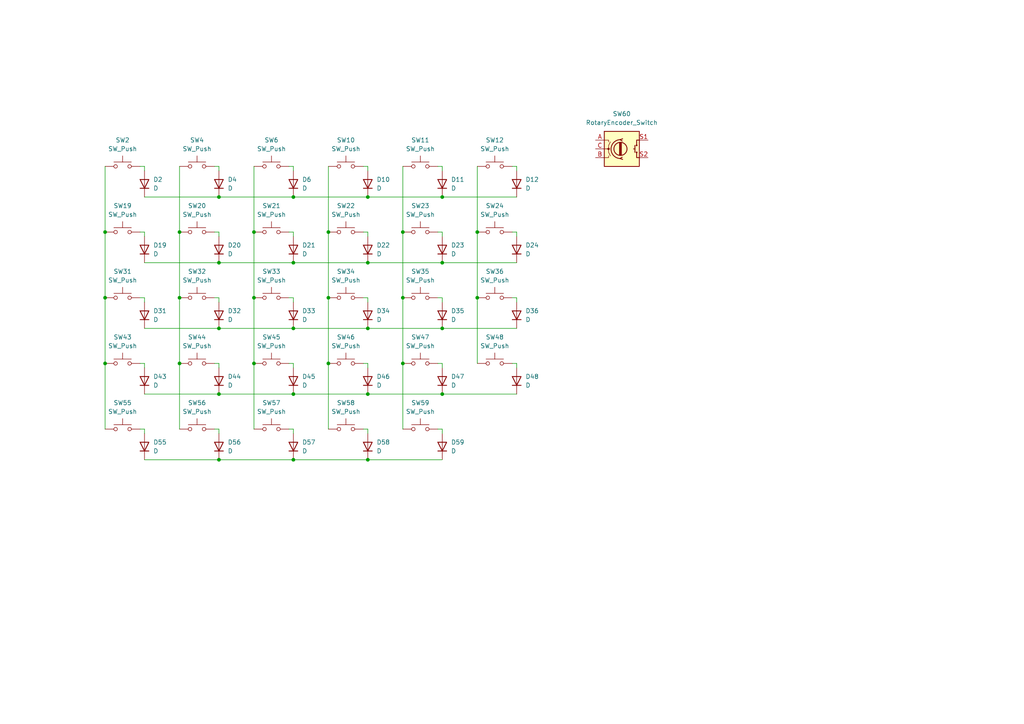
<source format=kicad_sch>
(kicad_sch (version 20250114) (generator "eeschema") (generator_version "9.0")
  (paper "A4")
  (lib_symbols
    (symbol "Device:D" (pin_numbers (hide yes)) (pin_names (offset 1.016) (hide yes))
      (property "Reference" "D" (at 0 2.54 0))
      (property "Value" "D" (at 0 -2.54 0))
      (symbol "D_0_1"
        (polyline (pts (xy -1.27 1.27) (xy -1.27 -1.27)) (stroke (width 0.254)))
        (polyline (pts (xy 1.27 1.27) (xy 1.27 -1.27) (xy -1.27 0) (xy 1.27 1.27)) (stroke (width 0.254)))
        (polyline (pts (xy 1.27 0) (xy -1.27 0)))
      )
      (symbol "D_1_1"
        (pin passive line (at -3.81 0 0) (length 2.54) (name "K") (number "1"))
        (pin passive line (at 3.81 0 180) (length 2.54) (name "A") (number "2"))
      )
    )
    (symbol "Device:RotaryEncoder_Switch" (pin_names (offset 0.254) (hide yes))
      (property "Reference" "SW" (at 0 6.604 0))
      (property "Value" "RotaryEncoder_Switch" (at 0 -6.604 0))
      (symbol "RotaryEncoder_Switch_0_1"
        (rectangle (start -5.08 5.08) (end 5.08 -5.08) (stroke (width 0.254)) (fill (type background)))
        (polyline (pts (xy -5.08 2.54) (xy -3.81 2.54) (xy -3.81 2.032)))
        (polyline (pts (xy -5.08 0) (xy -3.81 0) (xy -3.81 -1.016) (xy -3.302 -2.032)))
        (polyline (pts (xy -5.08 -2.54) (xy -3.81 -2.54) (xy -3.81 -2.032)))
        (polyline (pts (xy -4.318 0) (xy -3.81 0) (xy -3.81 1.016) (xy -3.302 2.032)))
        (circle (center -3.81 0) (radius 0.254) (fill (type outline)))
        (polyline (pts (xy -0.635 -1.778) (xy -0.635 1.778)) (stroke (width 0.254)))
        (circle (center -0.381 0) (radius 1.905) (stroke (width 0.254)))
        (polyline (pts (xy -0.381 -1.778) (xy -0.381 1.778)) (stroke (width 0.254)))
        (arc (start -0.381 -2.794) (mid -3.0988 -0.0635) (end -0.381 2.667) (stroke (width 0.254)))
        (polyline (pts (xy -0.127 1.778) (xy -0.127 -1.778)) (stroke (width 0.254)))
        (polyline (pts (xy 0.254 2.921) (xy -0.508 2.667) (xy 0.127 2.286)) (stroke (width 0.254)))
        (polyline (pts (xy 0.254 -3.048) (xy -0.508 -2.794) (xy 0.127 -2.413)) (stroke (width 0.254)))
        (polyline (pts (xy 3.81 1.016) (xy 3.81 -1.016)) (stroke (width 0.254)))
        (polyline (pts (xy 3.81 0) (xy 3.429 0)) (stroke (width 0.254)))
        (circle (center 4.318 1.016) (radius 0.127) (stroke (width 0.254)))
        (circle (center 4.318 -1.016) (radius 0.127) (stroke (width 0.254)))
        (polyline (pts (xy 5.08 2.54) (xy 4.318 2.54) (xy 4.318 1.016)) (stroke (width 0.254)))
        (polyline (pts (xy 5.08 -2.54) (xy 4.318 -2.54) (xy 4.318 -1.016)) (stroke (width 0.254)))
      )
      (symbol "RotaryEncoder_Switch_1_1"
        (pin passive line (at -7.62 2.54 0) (length 2.54) (name "A") (number "A"))
        (pin passive line (at -7.62 0 0) (length 2.54) (name "C") (number "C"))
        (pin passive line (at -7.62 -2.54 0) (length 2.54) (name "B") (number "B"))
        (pin passive line (at 7.62 2.54 180) (length 2.54) (name "S1") (number "S1"))
        (pin passive line (at 7.62 -2.54 180) (length 2.54) (name "S2") (number "S2"))
      )
    )
    (symbol "Switch:SW_Push" (pin_numbers (hide yes)) (pin_names (offset 1.016) (hide yes))
      (property "Reference" "SW" (at 1.27 2.54 0))
      (property "Value" "SW_Push" (at 0 -1.524 0))
      (symbol "SW_Push_0_1"
        (circle (center -2.032 0) (radius 0.508))
        (polyline (pts (xy 0 1.27) (xy 0 3.048)))
        (circle (center 2.032 0) (radius 0.508))
        (polyline (pts (xy 2.54 1.27) (xy -2.54 1.27)))
        (pin passive line (at -5.08 0 0) (length 2.54) (name "1") (number "1"))
        (pin passive line (at 5.08 0 180) (length 2.54) (name "2") (number "2"))
      )
    )
  )
  (junction (at 128.27 57.15))
  (junction (at 106.68 133.35))
  (junction (at 30.48 105.41))
  (junction (at 52.07 105.41))
  (junction (at 116.84 67.31))
  (junction (at 128.27 114.3))
  (junction (at 85.09 133.35))
  (junction (at 116.84 86.36))
  (junction (at 85.09 57.15))
  (junction (at 138.43 67.31))
  (junction (at 63.5 114.3))
  (junction (at 85.09 95.25))
  (junction (at 85.09 76.2))
  (junction (at 63.5 95.25))
  (junction (at 128.27 76.2))
  (junction (at 106.68 76.2))
  (junction (at 52.07 67.31))
  (junction (at 63.5 57.15))
  (junction (at 85.09 114.3))
  (junction (at 63.5 76.2))
  (junction (at 73.66 86.36))
  (junction (at 116.84 105.41))
  (junction (at 95.25 67.31))
  (junction (at 106.68 95.25))
  (junction (at 30.48 67.31))
  (junction (at 30.48 86.36))
  (junction (at 95.25 105.41))
  (junction (at 73.66 105.41))
  (junction (at 128.27 95.25))
  (junction (at 95.25 86.36))
  (junction (at 138.43 86.36))
  (junction (at 106.68 114.3))
  (junction (at 52.07 86.36))
  (junction (at 63.5 133.35))
  (junction (at 106.68 57.15))
  (junction (at 73.66 67.31))
  (wire (pts (xy 30.48 48.26) (xy 30.48 67.31)))
  (wire (pts (xy 95.25 105.41) (xy 95.25 124.46)))
  (wire (pts (xy 52.07 86.36) (xy 52.07 105.41)))
  (wire (pts (xy 106.68 133.35) (xy 128.27 133.35)))
  (wire (pts (xy 105.41 124.46) (xy 106.68 124.46)))
  (wire (pts (xy 41.91 105.41) (xy 41.91 106.68)))
  (wire (pts (xy 85.09 95.25) (xy 106.68 95.25)))
  (wire (pts (xy 106.68 95.25) (xy 128.27 95.25)))
  (wire (pts (xy 106.68 86.36) (xy 106.68 87.63)))
  (wire (pts (xy 85.09 67.31) (xy 85.09 68.58)))
  (wire (pts (xy 106.68 48.26) (xy 106.68 49.53)))
  (wire (pts (xy 138.43 67.31) (xy 138.43 86.36)))
  (wire (pts (xy 41.91 86.36) (xy 41.91 87.63)))
  (wire (pts (xy 106.68 105.41) (xy 106.68 106.68)))
  (wire (pts (xy 41.91 48.26) (xy 41.91 49.53)))
  (wire (pts (xy 83.82 48.26) (xy 85.09 48.26)))
  (wire (pts (xy 85.09 86.36) (xy 85.09 87.63)))
  (wire (pts (xy 128.27 95.25) (xy 149.86 95.25)))
  (wire (pts (xy 106.68 114.3) (xy 128.27 114.3)))
  (wire (pts (xy 127 67.31) (xy 128.27 67.31)))
  (wire (pts (xy 105.41 67.31) (xy 106.68 67.31)))
  (wire (pts (xy 85.09 114.3) (xy 106.68 114.3)))
  (wire (pts (xy 149.86 105.41) (xy 149.86 106.68)))
  (wire (pts (xy 85.09 133.35) (xy 106.68 133.35)))
  (wire (pts (xy 52.07 48.26) (xy 52.07 67.31)))
  (wire (pts (xy 83.82 124.46) (xy 85.09 124.46)))
  (wire (pts (xy 106.68 124.46) (xy 106.68 125.73)))
  (wire (pts (xy 63.5 57.15) (xy 85.09 57.15)))
  (wire (pts (xy 41.91 57.15) (xy 63.5 57.15)))
  (wire (pts (xy 106.68 57.15) (xy 128.27 57.15)))
  (wire (pts (xy 149.86 67.31) (xy 149.86 68.58)))
  (wire (pts (xy 128.27 114.3) (xy 149.86 114.3)))
  (wire (pts (xy 83.82 67.31) (xy 85.09 67.31)))
  (wire (pts (xy 85.09 124.46) (xy 85.09 125.73)))
  (wire (pts (xy 85.09 105.41) (xy 85.09 106.68)))
  (wire (pts (xy 149.86 48.26) (xy 149.86 49.53)))
  (wire (pts (xy 62.23 105.41) (xy 63.5 105.41)))
  (wire (pts (xy 127 124.46) (xy 128.27 124.46)))
  (wire (pts (xy 128.27 48.26) (xy 128.27 49.53)))
  (wire (pts (xy 30.48 86.36) (xy 30.48 105.41)))
  (wire (pts (xy 30.48 67.31) (xy 30.48 86.36)))
  (wire (pts (xy 148.59 105.41) (xy 149.86 105.41)))
  (wire (pts (xy 127 105.41) (xy 128.27 105.41)))
  (wire (pts (xy 63.5 105.41) (xy 63.5 106.68)))
  (wire (pts (xy 127 48.26) (xy 128.27 48.26)))
  (wire (pts (xy 41.91 114.3) (xy 63.5 114.3)))
  (wire (pts (xy 128.27 67.31) (xy 128.27 68.58)))
  (wire (pts (xy 41.91 133.35) (xy 63.5 133.35)))
  (wire (pts (xy 63.5 114.3) (xy 85.09 114.3)))
  (wire (pts (xy 116.84 67.31) (xy 116.84 86.36)))
  (wire (pts (xy 148.59 67.31) (xy 149.86 67.31)))
  (wire (pts (xy 62.23 86.36) (xy 63.5 86.36)))
  (wire (pts (xy 148.59 48.26) (xy 149.86 48.26)))
  (wire (pts (xy 62.23 67.31) (xy 63.5 67.31)))
  (wire (pts (xy 73.66 86.36) (xy 73.66 105.41)))
  (wire (pts (xy 95.25 67.31) (xy 95.25 86.36)))
  (wire (pts (xy 138.43 86.36) (xy 138.43 105.41)))
  (wire (pts (xy 63.5 48.26) (xy 63.5 49.53)))
  (wire (pts (xy 41.91 67.31) (xy 41.91 68.58)))
  (wire (pts (xy 52.07 105.41) (xy 52.07 124.46)))
  (wire (pts (xy 105.41 48.26) (xy 106.68 48.26)))
  (wire (pts (xy 127 86.36) (xy 128.27 86.36)))
  (wire (pts (xy 73.66 67.31) (xy 73.66 86.36)))
  (wire (pts (xy 41.91 124.46) (xy 41.91 125.73)))
  (wire (pts (xy 128.27 124.46) (xy 128.27 125.73)))
  (wire (pts (xy 106.68 76.2) (xy 128.27 76.2)))
  (wire (pts (xy 83.82 105.41) (xy 85.09 105.41)))
  (wire (pts (xy 40.64 48.26) (xy 41.91 48.26)))
  (wire (pts (xy 40.64 67.31) (xy 41.91 67.31)))
  (wire (pts (xy 63.5 67.31) (xy 63.5 68.58)))
  (wire (pts (xy 116.84 48.26) (xy 116.84 67.31)))
  (wire (pts (xy 73.66 105.41) (xy 73.66 124.46)))
  (wire (pts (xy 83.82 86.36) (xy 85.09 86.36)))
  (wire (pts (xy 62.23 48.26) (xy 63.5 48.26)))
  (wire (pts (xy 95.25 86.36) (xy 95.25 105.41)))
  (wire (pts (xy 106.68 67.31) (xy 106.68 68.58)))
  (wire (pts (xy 62.23 124.46) (xy 63.5 124.46)))
  (wire (pts (xy 41.91 76.2) (xy 63.5 76.2)))
  (wire (pts (xy 30.48 105.41) (xy 30.48 124.46)))
  (wire (pts (xy 149.86 86.36) (xy 149.86 87.63)))
  (wire (pts (xy 85.09 76.2) (xy 106.68 76.2)))
  (wire (pts (xy 73.66 48.26) (xy 73.66 67.31)))
  (wire (pts (xy 138.43 48.26) (xy 138.43 67.31)))
  (wire (pts (xy 148.59 86.36) (xy 149.86 86.36)))
  (wire (pts (xy 116.84 86.36) (xy 116.84 105.41)))
  (wire (pts (xy 85.09 57.15) (xy 106.68 57.15)))
  (wire (pts (xy 63.5 95.25) (xy 85.09 95.25)))
  (wire (pts (xy 41.91 95.25) (xy 63.5 95.25)))
  (wire (pts (xy 128.27 105.41) (xy 128.27 106.68)))
  (wire (pts (xy 52.07 67.31) (xy 52.07 86.36)))
  (wire (pts (xy 95.25 48.26) (xy 95.25 67.31)))
  (wire (pts (xy 105.41 86.36) (xy 106.68 86.36)))
  (wire (pts (xy 105.41 105.41) (xy 106.68 105.41)))
  (wire (pts (xy 63.5 133.35) (xy 85.09 133.35)))
  (wire (pts (xy 116.84 105.41) (xy 116.84 124.46)))
  (wire (pts (xy 40.64 86.36) (xy 41.91 86.36)))
  (wire (pts (xy 63.5 124.46) (xy 63.5 125.73)))
  (wire (pts (xy 40.64 105.41) (xy 41.91 105.41)))
  (wire (pts (xy 85.09 48.26) (xy 85.09 49.53)))
  (wire (pts (xy 40.64 124.46) (xy 41.91 124.46)))
  (wire (pts (xy 128.27 57.15) (xy 149.86 57.15)))
  (wire (pts (xy 63.5 86.36) (xy 63.5 87.63)))
  (wire (pts (xy 63.5 76.2) (xy 85.09 76.2)))
  (wire (pts (xy 128.27 76.2) (xy 149.86 76.2)))
  (wire (pts (xy 128.27 86.36) (xy 128.27 87.63)))
  (symbol (lib_id "Device:D") (at 41.91 110.49 90) (unit 1)
    (property "Reference" "D37" (at 44.45 109.2199 90) (effects (justify right)))
    (property "Value" "D" (at 44.45 111.7599 90) (effects (justify right)))
    (property "Description" "Diode" (effects (hide yes)))
    (property "Sim.Device" "D" (effects (hide yes)))
    (property "Sim.Pins" "1=K 2=A" (effects (hide yes)))
    (instances (project "keeby" (path "" (reference "D43") (unit 1)) (path "" (reference "D37") (unit 1))))
  )
  (symbol (lib_id "Device:D") (at 41.91 72.39 90) (unit 1)
    (property "Reference" "D13" (at 44.45 71.1199 90) (effects (justify right)))
    (property "Value" "D" (at 44.45 73.6599 90) (effects (justify right)))
    (property "Description" "Diode" (effects (hide yes)))
    (property "Sim.Device" "D" (effects (hide yes)))
    (property "Sim.Pins" "1=K 2=A" (effects (hide yes)))
    (instances (project "keeby" (path "" (reference "D19") (unit 1)) (path "" (reference "D13") (unit 1))))
  )
  (symbol (lib_id "Device:D") (at 85.09 129.54 90) (unit 1)
    (property "Reference" "D51" (at 87.63 128.2699 90) (effects (justify right)))
    (property "Value" "D" (at 87.63 130.8099 90) (effects (justify right)))
    (property "Description" "Diode" (effects (hide yes)))
    (property "Sim.Device" "D" (effects (hide yes)))
    (property "Sim.Pins" "1=K 2=A" (effects (hide yes)))
    (instances (project "keeby" (path "" (reference "D57") (unit 1)) (path "" (reference "D51") (unit 1))))
  )
  (symbol (lib_id "Device:D") (at 149.86 110.49 90) (unit 1)
    (property "Reference" "D42" (at 152.4 109.2199 90) (effects (justify right)))
    (property "Value" "D" (at 152.4 111.7599 90) (effects (justify right)))
    (property "Description" "Diode" (effects (hide yes)))
    (property "Sim.Device" "D" (effects (hide yes)))
    (property "Sim.Pins" "1=K 2=A" (effects (hide yes)))
    (instances (project "keeby" (path "" (reference "D48") (unit 1)) (path "" (reference "D42") (unit 1))))
  )
  (symbol (lib_id "Device:D") (at 128.27 110.49 90) (unit 1)
    (property "Reference" "D41" (at 130.81 109.2199 90) (effects (justify right)))
    (property "Value" "D" (at 130.81 111.7599 90) (effects (justify right)))
    (property "Description" "Diode" (effects (hide yes)))
    (property "Sim.Device" "D" (effects (hide yes)))
    (property "Sim.Pins" "1=K 2=A" (effects (hide yes)))
    (instances (project "keeby" (path "" (reference "D47") (unit 1)) (path "" (reference "D41") (unit 1))))
  )
  (symbol (lib_id "Switch:SW_Push") (at 121.92 67.31 0) (unit 1)
    (property "Reference" "SW17" (at 121.92 59.69 0))
    (property "Value" "SW_Push" (at 121.92 62.23 0))
    (property "Description" "Push button switch, generic, two pins" (effects (hide yes)))
    (instances (project "keeby" (path "" (reference "SW23") (unit 1)) (path "" (reference "SW17") (unit 1))))
  )
  (symbol (lib_id "Device:D") (at 63.5 53.34 90) (unit 1)
    (property "Reference" "D3" (at 66.04 52.0699 90) (effects (justify right)))
    (property "Value" "D" (at 66.04 54.6099 90) (effects (justify right)))
    (property "Description" "Diode" (effects (hide yes)))
    (property "Sim.Device" "D" (effects (hide yes)))
    (property "Sim.Pins" "1=K 2=A" (effects (hide yes)))
    (instances (project "keeby" (path "" (reference "D4") (unit 1)) (path "" (reference "D3") (unit 1))))
  )
  (symbol (lib_id "Switch:SW_Push") (at 78.74 48.26 0) (unit 1)
    (property "Reference" "SW5" (at 78.74 40.64 0))
    (property "Value" "SW_Push" (at 78.74 43.18 0))
    (property "Description" "Push button switch, generic, two pins" (effects (hide yes)))
    (instances (project "keeby" (path "" (reference "SW6") (unit 1)) (path "" (reference "SW5") (unit 1))))
  )
  (symbol (lib_id "Device:D") (at 63.5 129.54 90) (unit 1)
    (property "Reference" "D50" (at 66.04 128.2699 90) (effects (justify right)))
    (property "Value" "D" (at 66.04 130.8099 90) (effects (justify right)))
    (property "Description" "Diode" (effects (hide yes)))
    (property "Sim.Device" "D" (effects (hide yes)))
    (property "Sim.Pins" "1=K 2=A" (effects (hide yes)))
    (instances (project "keeby" (path "" (reference "D56") (unit 1)) (path "" (reference "D50") (unit 1))))
  )
  (symbol (lib_id "Switch:SW_Push") (at 100.33 124.46 0) (unit 1)
    (property "Reference" "SW52" (at 100.33 116.84 0))
    (property "Value" "SW_Push" (at 100.33 119.38 0))
    (property "Description" "Push button switch, generic, two pins" (effects (hide yes)))
    (instances (project "keeby" (path "" (reference "SW58") (unit 1)) (path "" (reference "SW52") (unit 1))))
  )
  (symbol (lib_id "Device:D") (at 128.27 72.39 90) (unit 1)
    (property "Reference" "D17" (at 130.81 71.1199 90) (effects (justify right)))
    (property "Value" "D" (at 130.81 73.6599 90) (effects (justify right)))
    (property "Description" "Diode" (effects (hide yes)))
    (property "Sim.Device" "D" (effects (hide yes)))
    (property "Sim.Pins" "1=K 2=A" (effects (hide yes)))
    (instances (project "keeby" (path "" (reference "D23") (unit 1)) (path "" (reference "D17") (unit 1))))
  )
  (symbol (lib_id "Device:D") (at 41.91 53.34 90) (unit 1)
    (property "Reference" "D1" (at 44.45 52.0699 90) (effects (justify right)))
    (property "Value" "D" (at 44.45 54.6099 90) (effects (justify right)))
    (property "Description" "Diode" (effects (hide yes)))
    (property "Sim.Device" "D" (effects (hide yes)))
    (property "Sim.Pins" "1=K 2=A" (effects (hide yes)))
    (instances (project "" (path "" (reference "D2") (unit 1)) (path "" (reference "D1") (unit 1))))
  )
  (symbol (lib_id "Switch:SW_Push") (at 78.74 86.36 0) (unit 1)
    (property "Reference" "SW27" (at 78.74 78.74 0))
    (property "Value" "SW_Push" (at 78.74 81.28 0))
    (property "Description" "Push button switch, generic, two pins" (effects (hide yes)))
    (instances (project "keeby" (path "" (reference "SW33") (unit 1)) (path "" (reference "SW27") (unit 1))))
  )
  (symbol (lib_id "Device:D") (at 106.68 53.34 90) (unit 1)
    (property "Reference" "D7" (at 109.22 52.0699 90) (effects (justify right)))
    (property "Value" "D" (at 109.22 54.6099 90) (effects (justify right)))
    (property "Description" "Diode" (effects (hide yes)))
    (property "Sim.Device" "D" (effects (hide yes)))
    (property "Sim.Pins" "1=K 2=A" (effects (hide yes)))
    (instances (project "keeby" (path "" (reference "D10") (unit 1)) (path "" (reference "D7") (unit 1))))
  )
  (symbol (lib_id "Switch:SW_Push") (at 57.15 105.41 0) (unit 1)
    (property "Reference" "SW38" (at 57.15 97.79 0))
    (property "Value" "SW_Push" (at 57.15 100.33 0))
    (property "Description" "Push button switch, generic, two pins" (effects (hide yes)))
    (instances (project "keeby" (path "" (reference "SW44") (unit 1)) (path "" (reference "SW38") (unit 1))))
  )
  (symbol (lib_id "Device:D") (at 41.91 129.54 90) (unit 1)
    (property "Reference" "D49" (at 44.45 128.2699 90) (effects (justify right)))
    (property "Value" "D" (at 44.45 130.8099 90) (effects (justify right)))
    (property "Description" "Diode" (effects (hide yes)))
    (property "Sim.Device" "D" (effects (hide yes)))
    (property "Sim.Pins" "1=K 2=A" (effects (hide yes)))
    (instances (project "keeby" (path "" (reference "D55") (unit 1)) (path "" (reference "D49") (unit 1))))
  )
  (symbol (lib_id "Device:D") (at 128.27 91.44 90) (unit 1)
    (property "Reference" "D29" (at 130.81 90.1699 90) (effects (justify right)))
    (property "Value" "D" (at 130.81 92.7099 90) (effects (justify right)))
    (property "Description" "Diode" (effects (hide yes)))
    (property "Sim.Device" "D" (effects (hide yes)))
    (property "Sim.Pins" "1=K 2=A" (effects (hide yes)))
    (instances (project "keeby" (path "" (reference "D35") (unit 1)) (path "" (reference "D29") (unit 1))))
  )
  (symbol (lib_id "Switch:SW_Push") (at 57.15 124.46 0) (unit 1)
    (property "Reference" "SW50" (at 57.15 116.84 0))
    (property "Value" "SW_Push" (at 57.15 119.38 0))
    (property "Description" "Push button switch, generic, two pins" (effects (hide yes)))
    (instances (project "keeby" (path "" (reference "SW56") (unit 1)) (path "" (reference "SW50") (unit 1))))
  )
  (symbol (lib_id "Switch:SW_Push") (at 100.33 48.26 0) (unit 1)
    (property "Reference" "SW7" (at 100.33 40.64 0))
    (property "Value" "SW_Push" (at 100.33 43.18 0))
    (property "Description" "Push button switch, generic, two pins" (effects (hide yes)))
    (instances (project "keeby" (path "" (reference "SW10") (unit 1)) (path "" (reference "SW7") (unit 1))))
  )
  (symbol (lib_id "Switch:SW_Push") (at 100.33 86.36 0) (unit 1)
    (property "Reference" "SW28" (at 100.33 78.74 0))
    (property "Value" "SW_Push" (at 100.33 81.28 0))
    (property "Description" "Push button switch, generic, two pins" (effects (hide yes)))
    (instances (project "keeby" (path "" (reference "SW34") (unit 1)) (path "" (reference "SW28") (unit 1))))
  )
  (symbol (lib_id "Switch:SW_Push") (at 143.51 86.36 0) (unit 1)
    (property "Reference" "SW30" (at 143.51 78.74 0))
    (property "Value" "SW_Push" (at 143.51 81.28 0))
    (property "Description" "Push button switch, generic, two pins" (effects (hide yes)))
    (instances (project "keeby" (path "" (reference "SW36") (unit 1)) (path "" (reference "SW30") (unit 1))))
  )
  (symbol (lib_id "Switch:SW_Push") (at 78.74 67.31 0) (unit 1)
    (property "Reference" "SW15" (at 78.74 59.69 0))
    (property "Value" "SW_Push" (at 78.74 62.23 0))
    (property "Description" "Push button switch, generic, two pins" (effects (hide yes)))
    (instances (project "keeby" (path "" (reference "SW21") (unit 1)) (path "" (reference "SW15") (unit 1))))
  )
  (symbol (lib_id "Switch:SW_Push") (at 143.51 105.41 0) (unit 1)
    (property "Reference" "SW42" (at 143.51 97.79 0))
    (property "Value" "SW_Push" (at 143.51 100.33 0))
    (property "Description" "Push button switch, generic, two pins" (effects (hide yes)))
    (instances (project "keeby" (path "" (reference "SW48") (unit 1)) (path "" (reference "SW42") (unit 1))))
  )
  (symbol (lib_id "Switch:SW_Push") (at 35.56 124.46 0) (unit 1)
    (property "Reference" "SW49" (at 35.56 116.84 0))
    (property "Value" "SW_Push" (at 35.56 119.38 0))
    (property "Description" "Push button switch, generic, two pins" (effects (hide yes)))
    (instances (project "keeby" (path "" (reference "SW55") (unit 1)) (path "" (reference "SW49") (unit 1))))
  )
  (symbol (lib_id "Switch:SW_Push") (at 57.15 86.36 0) (unit 1)
    (property "Reference" "SW26" (at 57.15 78.74 0))
    (property "Value" "SW_Push" (at 57.15 81.28 0))
    (property "Description" "Push button switch, generic, two pins" (effects (hide yes)))
    (instances (project "keeby" (path "" (reference "SW32") (unit 1)) (path "" (reference "SW26") (unit 1))))
  )
  (symbol (lib_id "Switch:SW_Push") (at 143.51 67.31 0) (unit 1)
    (property "Reference" "SW18" (at 143.51 59.69 0))
    (property "Value" "SW_Push" (at 143.51 62.23 0))
    (property "Description" "Push button switch, generic, two pins" (effects (hide yes)))
    (instances (project "keeby" (path "" (reference "SW24") (unit 1)) (path "" (reference "SW18") (unit 1))))
  )
  (symbol (lib_id "Switch:SW_Push") (at 35.56 86.36 0) (unit 1)
    (property "Reference" "SW25" (at 35.56 78.74 0))
    (property "Value" "SW_Push" (at 35.56 81.28 0))
    (property "Description" "Push button switch, generic, two pins" (effects (hide yes)))
    (instances (project "keeby" (path "" (reference "SW31") (unit 1)) (path "" (reference "SW25") (unit 1))))
  )
  (symbol (lib_id "Device:D") (at 106.68 91.44 90) (unit 1)
    (property "Reference" "D28" (at 109.22 90.1699 90) (effects (justify right)))
    (property "Value" "D" (at 109.22 92.7099 90) (effects (justify right)))
    (property "Description" "Diode" (effects (hide yes)))
    (property "Sim.Device" "D" (effects (hide yes)))
    (property "Sim.Pins" "1=K 2=A" (effects (hide yes)))
    (instances (project "keeby" (path "" (reference "D34") (unit 1)) (path "" (reference "D28") (unit 1))))
  )
  (symbol (lib_id "Device:D") (at 85.09 53.34 90) (unit 1)
    (property "Reference" "D5" (at 87.63 52.0699 90) (effects (justify right)))
    (property "Value" "D" (at 87.63 54.6099 90) (effects (justify right)))
    (property "Description" "Diode" (effects (hide yes)))
    (property "Sim.Device" "D" (effects (hide yes)))
    (property "Sim.Pins" "1=K 2=A" (effects (hide yes)))
    (instances (project "keeby" (path "" (reference "D6") (unit 1)) (path "" (reference "D5") (unit 1))))
  )
  (symbol (lib_id "Switch:SW_Push") (at 78.74 124.46 0) (unit 1)
    (property "Reference" "SW51" (at 78.74 116.84 0))
    (property "Value" "SW_Push" (at 78.74 119.38 0))
    (property "Description" "Push button switch, generic, two pins" (effects (hide yes)))
    (instances (project "keeby" (path "" (reference "SW57") (unit 1)) (path "" (reference "SW51") (unit 1))))
  )
  (symbol (lib_id "Device:D") (at 85.09 91.44 90) (unit 1)
    (property "Reference" "D27" (at 87.63 90.1699 90) (effects (justify right)))
    (property "Value" "D" (at 87.63 92.7099 90) (effects (justify right)))
    (property "Description" "Diode" (effects (hide yes)))
    (property "Sim.Device" "D" (effects (hide yes)))
    (property "Sim.Pins" "1=K 2=A" (effects (hide yes)))
    (instances (project "keeby" (path "" (reference "D33") (unit 1)) (path "" (reference "D27") (unit 1))))
  )
  (symbol (lib_id "Switch:SW_Push") (at 100.33 105.41 0) (unit 1)
    (property "Reference" "SW40" (at 100.33 97.79 0))
    (property "Value" "SW_Push" (at 100.33 100.33 0))
    (property "Description" "Push button switch, generic, two pins" (effects (hide yes)))
    (instances (project "keeby" (path "" (reference "SW46") (unit 1)) (path "" (reference "SW40") (unit 1))))
  )
  (symbol (lib_id "Device:D") (at 85.09 110.49 90) (unit 1)
    (property "Reference" "D39" (at 87.63 109.2199 90) (effects (justify right)))
    (property "Value" "D" (at 87.63 111.7599 90) (effects (justify right)))
    (property "Description" "Diode" (effects (hide yes)))
    (property "Sim.Device" "D" (effects (hide yes)))
    (property "Sim.Pins" "1=K 2=A" (effects (hide yes)))
    (instances (project "keeby" (path "" (reference "D45") (unit 1)) (path "" (reference "D39") (unit 1))))
  )
  (symbol (lib_id "Device:D") (at 128.27 53.34 90) (unit 1)
    (property "Reference" "D8" (at 130.81 52.0699 90) (effects (justify right)))
    (property "Value" "D" (at 130.81 54.6099 90) (effects (justify right)))
    (property "Description" "Diode" (effects (hide yes)))
    (property "Sim.Device" "D" (effects (hide yes)))
    (property "Sim.Pins" "1=K 2=A" (effects (hide yes)))
    (instances (project "keeby" (path "" (reference "D11") (unit 1)) (path "" (reference "D8") (unit 1))))
  )
  (symbol (lib_id "Switch:SW_Push") (at 121.92 105.41 0) (unit 1)
    (property "Reference" "SW41" (at 121.92 97.79 0))
    (property "Value" "SW_Push" (at 121.92 100.33 0))
    (property "Description" "Push button switch, generic, two pins" (effects (hide yes)))
    (instances (project "keeby" (path "" (reference "SW47") (unit 1)) (path "" (reference "SW41") (unit 1))))
  )
  (symbol (lib_id "Switch:SW_Push") (at 57.15 67.31 0) (unit 1)
    (property "Reference" "SW14" (at 57.15 59.69 0))
    (property "Value" "SW_Push" (at 57.15 62.23 0))
    (property "Description" "Push button switch, generic, two pins" (effects (hide yes)))
    (instances (project "keeby" (path "" (reference "SW20") (unit 1)) (path "" (reference "SW14") (unit 1))))
  )
  (symbol (lib_id "Device:D") (at 63.5 91.44 90) (unit 1)
    (property "Reference" "D26" (at 66.04 90.1699 90) (effects (justify right)))
    (property "Value" "D" (at 66.04 92.7099 90) (effects (justify right)))
    (property "Description" "Diode" (effects (hide yes)))
    (property "Sim.Device" "D" (effects (hide yes)))
    (property "Sim.Pins" "1=K 2=A" (effects (hide yes)))
    (instances (project "keeby" (path "" (reference "D32") (unit 1)) (path "" (reference "D26") (unit 1))))
  )
  (symbol (lib_id "Device:RotaryEncoder_Switch") (at 180.34 43.18 0) (unit 1)
    (property "Reference" "SW54" (at 180.34 33.02 0))
    (property "Value" "RotaryEncoder_Switch" (at 180.34 35.56 0))
    (property "Description" "Rotary encoder, dual channel, incremental quadrate outputs, with switch" (effects (hide yes)))
    (instances (project "" (path "" (reference "SW60") (unit 1)) (path "" (reference "SW54") (unit 1))))
  )
  (symbol (lib_id "Device:D") (at 41.91 91.44 90) (unit 1)
    (property "Reference" "D25" (at 44.45 90.1699 90) (effects (justify right)))
    (property "Value" "D" (at 44.45 92.7099 90) (effects (justify right)))
    (property "Description" "Diode" (effects (hide yes)))
    (property "Sim.Device" "D" (effects (hide yes)))
    (property "Sim.Pins" "1=K 2=A" (effects (hide yes)))
    (instances (project "keeby" (path "" (reference "D31") (unit 1)) (path "" (reference "D25") (unit 1))))
  )
  (symbol (lib_id "Device:D") (at 128.27 129.54 90) (unit 1)
    (property "Reference" "D53" (at 130.81 128.2699 90) (effects (justify right)))
    (property "Value" "D" (at 130.81 130.8099 90) (effects (justify right)))
    (property "Description" "Diode" (effects (hide yes)))
    (property "Sim.Device" "D" (effects (hide yes)))
    (property "Sim.Pins" "1=K 2=A" (effects (hide yes)))
    (instances (project "keeby" (path "" (reference "D59") (unit 1)) (path "" (reference "D53") (unit 1))))
  )
  (symbol (lib_id "Switch:SW_Push") (at 121.92 48.26 0) (unit 1)
    (property "Reference" "SW8" (at 121.92 40.64 0))
    (property "Value" "SW_Push" (at 121.92 43.18 0))
    (property "Description" "Push button switch, generic, two pins" (effects (hide yes)))
    (instances (project "keeby" (path "" (reference "SW11") (unit 1)) (path "" (reference "SW8") (unit 1))))
  )
  (symbol (lib_id "Device:D") (at 106.68 110.49 90) (unit 1)
    (property "Reference" "D40" (at 109.22 109.2199 90) (effects (justify right)))
    (property "Value" "D" (at 109.22 111.7599 90) (effects (justify right)))
    (property "Description" "Diode" (effects (hide yes)))
    (property "Sim.Device" "D" (effects (hide yes)))
    (property "Sim.Pins" "1=K 2=A" (effects (hide yes)))
    (instances (project "keeby" (path "" (reference "D46") (unit 1)) (path "" (reference "D40") (unit 1))))
  )
  (symbol (lib_id "Switch:SW_Push") (at 35.56 105.41 0) (unit 1)
    (property "Reference" "SW37" (at 35.56 97.79 0))
    (property "Value" "SW_Push" (at 35.56 100.33 0))
    (property "Description" "Push button switch, generic, two pins" (effects (hide yes)))
    (instances (project "keeby" (path "" (reference "SW43") (unit 1)) (path "" (reference "SW37") (unit 1))))
  )
  (symbol (lib_id "Device:D") (at 106.68 72.39 90) (unit 1)
    (property "Reference" "D16" (at 109.22 71.1199 90) (effects (justify right)))
    (property "Value" "D" (at 109.22 73.6599 90) (effects (justify right)))
    (property "Description" "Diode" (effects (hide yes)))
    (property "Sim.Device" "D" (effects (hide yes)))
    (property "Sim.Pins" "1=K 2=A" (effects (hide yes)))
    (instances (project "keeby" (path "" (reference "D22") (unit 1)) (path "" (reference "D16") (unit 1))))
  )
  (symbol (lib_id "Device:D") (at 149.86 53.34 90) (unit 1)
    (property "Reference" "D9" (at 152.4 52.0699 90) (effects (justify right)))
    (property "Value" "D" (at 152.4 54.6099 90) (effects (justify right)))
    (property "Description" "Diode" (effects (hide yes)))
    (property "Sim.Device" "D" (effects (hide yes)))
    (property "Sim.Pins" "1=K 2=A" (effects (hide yes)))
    (instances (project "keeby" (path "" (reference "D12") (unit 1)) (path "" (reference "D9") (unit 1))))
  )
  (symbol (lib_id "Switch:SW_Push") (at 100.33 67.31 0) (unit 1)
    (property "Reference" "SW16" (at 100.33 59.69 0))
    (property "Value" "SW_Push" (at 100.33 62.23 0))
    (property "Description" "Push button switch, generic, two pins" (effects (hide yes)))
    (instances (project "keeby" (path "" (reference "SW22") (unit 1)) (path "" (reference "SW16") (unit 1))))
  )
  (symbol (lib_id "Switch:SW_Push") (at 143.51 48.26 0) (unit 1)
    (property "Reference" "SW9" (at 143.51 40.64 0))
    (property "Value" "SW_Push" (at 143.51 43.18 0))
    (property "Description" "Push button switch, generic, two pins" (effects (hide yes)))
    (instances (project "keeby" (path "" (reference "SW12") (unit 1)) (path "" (reference "SW9") (unit 1))))
  )
  (symbol (lib_id "Switch:SW_Push") (at 121.92 124.46 0) (unit 1)
    (property "Reference" "SW53" (at 121.92 116.84 0))
    (property "Value" "SW_Push" (at 121.92 119.38 0))
    (property "Description" "Push button switch, generic, two pins" (effects (hide yes)))
    (instances (project "keeby" (path "" (reference "SW59") (unit 1)) (path "" (reference "SW53") (unit 1))))
  )
  (symbol (lib_id "Device:D") (at 149.86 91.44 90) (unit 1)
    (property "Reference" "D30" (at 152.4 90.1699 90) (effects (justify right)))
    (property "Value" "D" (at 152.4 92.7099 90) (effects (justify right)))
    (property "Description" "Diode" (effects (hide yes)))
    (property "Sim.Device" "D" (effects (hide yes)))
    (property "Sim.Pins" "1=K 2=A" (effects (hide yes)))
    (instances (project "keeby" (path "" (reference "D36") (unit 1)) (path "" (reference "D30") (unit 1))))
  )
  (symbol (lib_id "Switch:SW_Push") (at 121.92 86.36 0) (unit 1)
    (property "Reference" "SW29" (at 121.92 78.74 0))
    (property "Value" "SW_Push" (at 121.92 81.28 0))
    (property "Description" "Push button switch, generic, two pins" (effects (hide yes)))
    (instances (project "keeby" (path "" (reference "SW35") (unit 1)) (path "" (reference "SW29") (unit 1))))
  )
  (symbol (lib_id "Switch:SW_Push") (at 78.74 105.41 0) (unit 1)
    (property "Reference" "SW39" (at 78.74 97.79 0))
    (property "Value" "SW_Push" (at 78.74 100.33 0))
    (property "Description" "Push button switch, generic, two pins" (effects (hide yes)))
    (instances (project "keeby" (path "" (reference "SW45") (unit 1)) (path "" (reference "SW39") (unit 1))))
  )
  (symbol (lib_id "Device:D") (at 63.5 110.49 90) (unit 1)
    (property "Reference" "D38" (at 66.04 109.2199 90) (effects (justify right)))
    (property "Value" "D" (at 66.04 111.7599 90) (effects (justify right)))
    (property "Description" "Diode" (effects (hide yes)))
    (property "Sim.Device" "D" (effects (hide yes)))
    (property "Sim.Pins" "1=K 2=A" (effects (hide yes)))
    (instances (project "keeby" (path "" (reference "D44") (unit 1)) (path "" (reference "D38") (unit 1))))
  )
  (symbol (lib_id "Switch:SW_Push") (at 35.56 48.26 0) (unit 1)
    (property "Reference" "SW1" (at 35.56 40.64 0))
    (property "Value" "SW_Push" (at 35.56 43.18 0))
    (property "Description" "Push button switch, generic, two pins" (effects (hide yes)))
    (instances (project "" (path "" (reference "SW2") (unit 1)) (path "" (reference "SW1") (unit 1))))
  )
  (symbol (lib_id "Device:D") (at 149.86 72.39 90) (unit 1)
    (property "Reference" "D18" (at 152.4 71.1199 90) (effects (justify right)))
    (property "Value" "D" (at 152.4 73.6599 90) (effects (justify right)))
    (property "Description" "Diode" (effects (hide yes)))
    (property "Sim.Device" "D" (effects (hide yes)))
    (property "Sim.Pins" "1=K 2=A" (effects (hide yes)))
    (instances (project "keeby" (path "" (reference "D24") (unit 1)) (path "" (reference "D18") (unit 1))))
  )
  (symbol (lib_id "Switch:SW_Push") (at 35.56 67.31 0) (unit 1)
    (property "Reference" "SW13" (at 35.56 59.69 0))
    (property "Value" "SW_Push" (at 35.56 62.23 0))
    (property "Description" "Push button switch, generic, two pins" (effects (hide yes)))
    (instances (project "keeby" (path "" (reference "SW19") (unit 1)) (path "" (reference "SW13") (unit 1))))
  )
  (symbol (lib_id "Switch:SW_Push") (at 57.15 48.26 0) (unit 1)
    (property "Reference" "SW3" (at 57.15 40.64 0))
    (property "Value" "SW_Push" (at 57.15 43.18 0))
    (property "Description" "Push button switch, generic, two pins" (effects (hide yes)))
    (instances (project "keeby" (path "" (reference "SW4") (unit 1)) (path "" (reference "SW3") (unit 1))))
  )
  (symbol (lib_id "Device:D") (at 85.09 72.39 90) (unit 1)
    (property "Reference" "D15" (at 87.63 71.1199 90) (effects (justify right)))
    (property "Value" "D" (at 87.63 73.6599 90) (effects (justify right)))
    (property "Description" "Diode" (effects (hide yes)))
    (property "Sim.Device" "D" (effects (hide yes)))
    (property "Sim.Pins" "1=K 2=A" (effects (hide yes)))
    (instances (project "keeby" (path "" (reference "D21") (unit 1)) (path "" (reference "D15") (unit 1))))
  )
  (symbol (lib_id "Device:D") (at 106.68 129.54 90) (unit 1)
    (property "Reference" "D52" (at 109.22 128.2699 90) (effects (justify right)))
    (property "Value" "D" (at 109.22 130.8099 90) (effects (justify right)))
    (property "Description" "Diode" (effects (hide yes)))
    (property "Sim.Device" "D" (effects (hide yes)))
    (property "Sim.Pins" "1=K 2=A" (effects (hide yes)))
    (instances (project "keeby" (path "" (reference "D58") (unit 1)) (path "" (reference "D52") (unit 1))))
  )
  (symbol (lib_id "Device:D") (at 63.5 72.39 90) (unit 1)
    (property "Reference" "D14" (at 66.04 71.1199 90) (effects (justify right)))
    (property "Value" "D" (at 66.04 73.6599 90) (effects (justify right)))
    (property "Description" "Diode" (effects (hide yes)))
    (property "Sim.Device" "D" (effects (hide yes)))
    (property "Sim.Pins" "1=K 2=A" (effects (hide yes)))
    (instances (project "keeby" (path "" (reference "D20") (unit 1)) (path "" (reference "D14") (unit 1))))
  )
)
</source>
